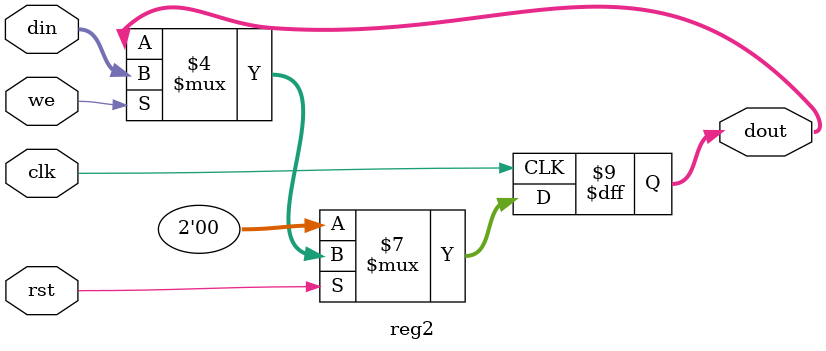
<source format=v>
`timescale 1ns/1ns

module regf(clk, we, din, a, dout_a, b, dout_b);
	input        clk, we;
	input  [3:0] din;
	input  [1:0] a, b;
	output [3:0] dout_a, dout_b;
	reg    [3:0] data [0:3];
	always@(posedge clk) begin
		if(we == 1'b1) begin
			data[a] <= din;
		end
	end
	assign dout_a = data[a];
	assign dout_b = data[b];

	initial begin
		data[0] = 4'h0;
		data[1] = 4'h0;
		data[2] = 4'h0;
		data[3] = 4'h0;
	end
	wire   [3:0] r0, r1, r2, r3;
	assign r0 = data[0];
	assign r1 = data[1];
	assign r2 = data[2];
	assign r3 = data[3];
endmodule

module reg8(clk, rst, we, din, dout);
	input        clk, rst, we;
	input  [7:0] din;
	output [7:0] dout;
	reg    [7:0] dout;

	always@(posedge clk) begin
		if(rst == 1'b0) begin
			dout <= 8'b00000000;
		end else if(we == 1'b1) begin
			dout <= din;
		end
	end
endmodule

module reg4(clk, rst, we, din, dout);
	input        clk, rst, we;
	input  [3:0] din;
	output [3:0] dout;
	reg    [3:0] dout;

	always@(posedge clk) begin
		if(rst == 1'b0) begin
			dout <= 4'b0000;
		end else if(we == 1'b1) begin
			dout <= din;
		end
	end
endmodule

module reg2(clk, rst, we, din, dout);
	input        clk, rst, we;
	input  [1:0] din;
	output [1:0] dout;
	reg    [1:0] dout;

	always@(posedge clk) begin
		if(rst == 1'b0) begin
			dout <= 2'b00;
		end else if(we == 1'b1) begin
			dout <= din;
		end
	end
endmodule

</source>
